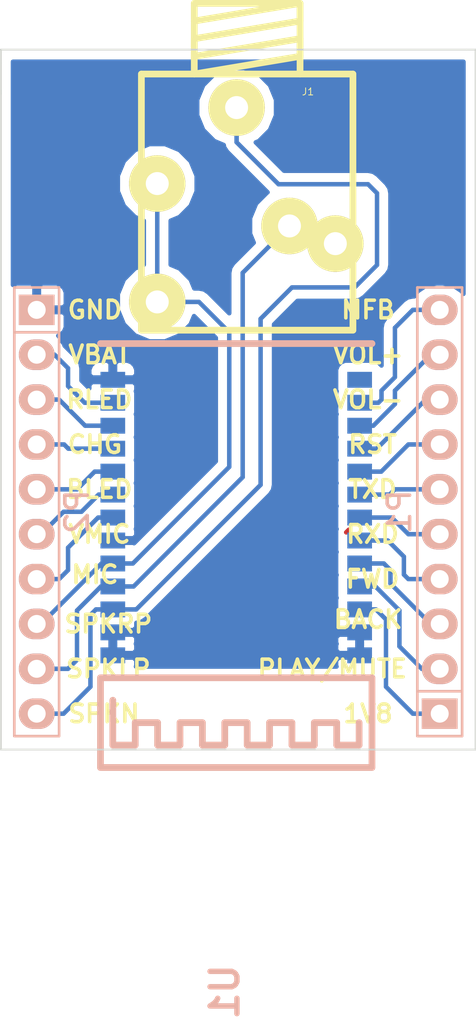
<source format=kicad_pcb>
(kicad_pcb (version 4) (host pcbnew "(2014-jul-16 BZR unknown)-product")

  (general
    (links 30)
    (no_connects 0)
    (area 207.721999 128.981999 234.746001 168.706001)
    (thickness 1.6)
    (drawings 29)
    (tracks 114)
    (zones 0)
    (modules 4)
    (nets 21)
  )

  (page A3)
  (layers
    (0 F.Cu signal)
    (31 B.Cu signal)
    (32 B.Adhes user)
    (33 F.Adhes user)
    (34 B.Paste user)
    (35 F.Paste user)
    (36 B.SilkS user)
    (37 F.SilkS user)
    (38 B.Mask user)
    (39 F.Mask user)
    (40 Dwgs.User user)
    (41 Cmts.User user)
    (42 Eco1.User user)
    (43 Eco2.User user)
    (44 Edge.Cuts user)
  )

  (setup
    (last_trace_width 0.254)
    (trace_clearance 0.254)
    (zone_clearance 0.508)
    (zone_45_only no)
    (trace_min 0.254)
    (segment_width 0.2)
    (edge_width 0.1)
    (via_size 0.889)
    (via_drill 0.635)
    (via_min_size 0.889)
    (via_min_drill 0.508)
    (uvia_size 0.508)
    (uvia_drill 0.127)
    (uvias_allowed no)
    (uvia_min_size 0.508)
    (uvia_min_drill 0.127)
    (pcb_text_width 0.3)
    (pcb_text_size 1.5 1.5)
    (mod_edge_width 0.15)
    (mod_text_size 1 1)
    (mod_text_width 0.15)
    (pad_size 3.2004 3.2004)
    (pad_drill 1.30048)
    (pad_to_mask_clearance 0)
    (aux_axis_origin 0 0)
    (visible_elements FFFFFFBF)
    (pcbplotparams
      (layerselection 0x01000_80000000)
      (usegerberextensions false)
      (excludeedgelayer false)
      (linewidth 0.150000)
      (plotframeref false)
      (viasonmask false)
      (mode 1)
      (useauxorigin false)
      (hpglpennumber 1)
      (hpglpenspeed 20)
      (hpglpendiameter 15)
      (hpglpenoverlay 2)
      (psnegative false)
      (psa4output false)
      (plotreference false)
      (plotvalue false)
      (plotinvisibletext false)
      (padsonsilk false)
      (subtractmaskfromsilk false)
      (outputformat 5)
      (mirror true)
      (drillshape 2)
      (scaleselection 1)
      (outputdirectory /home/nail/tmp/))
  )

  (net 0 "")
  (net 1 "Net-(J1-Pad1)")
  (net 2 "Net-(J1-Pad2)")
  (net 3 "Net-(J1-Pad4)")
  (net 4 "Net-(P1-Pad1)")
  (net 5 "Net-(P1-Pad2)")
  (net 6 "Net-(P1-Pad3)")
  (net 7 "Net-(P1-Pad4)")
  (net 8 "Net-(P1-Pad5)")
  (net 9 "Net-(P1-Pad6)")
  (net 10 "Net-(P1-Pad7)")
  (net 11 "Net-(P1-Pad8)")
  (net 12 "Net-(P1-Pad9)")
  (net 13 "Net-(P1-Pad10)")
  (net 14 "Net-(P2-Pad2)")
  (net 15 "Net-(P2-Pad3)")
  (net 16 "Net-(P2-Pad4)")
  (net 17 "Net-(P2-Pad5)")
  (net 18 "Net-(P2-Pad6)")
  (net 19 "Net-(P2-Pad7)")
  (net 20 GND)

  (net_class Default "This is the default net class."
    (clearance 0.254)
    (trace_width 0.254)
    (via_dia 0.889)
    (via_drill 0.635)
    (uvia_dia 0.508)
    (uvia_drill 0.127)
    (add_net GND)
    (add_net "Net-(J1-Pad1)")
    (add_net "Net-(J1-Pad2)")
    (add_net "Net-(J1-Pad4)")
    (add_net "Net-(P1-Pad1)")
    (add_net "Net-(P1-Pad10)")
    (add_net "Net-(P1-Pad2)")
    (add_net "Net-(P1-Pad3)")
    (add_net "Net-(P1-Pad4)")
    (add_net "Net-(P1-Pad5)")
    (add_net "Net-(P1-Pad6)")
    (add_net "Net-(P1-Pad7)")
    (add_net "Net-(P1-Pad8)")
    (add_net "Net-(P1-Pad9)")
    (add_net "Net-(P2-Pad2)")
    (add_net "Net-(P2-Pad3)")
    (add_net "Net-(P2-Pad4)")
    (add_net "Net-(P2-Pad5)")
    (add_net "Net-(P2-Pad6)")
    (add_net "Net-(P2-Pad7)")
  )

  (module BLK-MD-SPK-B.mod:BLK-MD-SPK-B (layer B.Cu) (tedit 541FF53F) (tstamp 542140F9)
    (at 212.852 169.672)
    (path /54200037)
    (clearance 0.2)
    (fp_text reference U1 (at 7.62 12.7 270) (layer B.SilkS)
      (effects (font (thickness 0.3048)) (justify mirror))
    )
    (fp_text value BLK-MD-SPK-B (at 0 2.54) (layer B.SilkS) hide
      (effects (font (thickness 0.3048)) (justify mirror))
    )
    (fp_line (start 1.27 -3.81) (end 1.27 -1.27) (layer B.SilkS) (width 0.381))
    (fp_line (start 1.27 -1.27) (end 2.54 -1.27) (layer B.SilkS) (width 0.381))
    (fp_line (start 2.54 -1.27) (end 2.54 -2.54) (layer B.SilkS) (width 0.381))
    (fp_line (start 2.54 -2.54) (end 3.81 -2.54) (layer B.SilkS) (width 0.381))
    (fp_line (start 3.81 -2.54) (end 3.81 -1.27) (layer B.SilkS) (width 0.381))
    (fp_line (start 3.81 -1.27) (end 5.08 -1.27) (layer B.SilkS) (width 0.381))
    (fp_line (start 5.08 -1.27) (end 5.08 -2.54) (layer B.SilkS) (width 0.381))
    (fp_line (start 5.08 -2.54) (end 6.35 -2.54) (layer B.SilkS) (width 0.381))
    (fp_line (start 6.35 -2.54) (end 6.35 -1.27) (layer B.SilkS) (width 0.381))
    (fp_line (start 6.35 -1.27) (end 7.62 -1.27) (layer B.SilkS) (width 0.381))
    (fp_line (start 7.62 -1.27) (end 7.62 -2.54) (layer B.SilkS) (width 0.381))
    (fp_line (start 7.62 -2.54) (end 8.89 -2.54) (layer B.SilkS) (width 0.381))
    (fp_line (start 8.89 -2.54) (end 8.89 -1.27) (layer B.SilkS) (width 0.381))
    (fp_line (start 8.89 -1.27) (end 10.16 -1.27) (layer B.SilkS) (width 0.381))
    (fp_line (start 10.16 -1.27) (end 10.16 -2.54) (layer B.SilkS) (width 0.381))
    (fp_line (start 10.16 -2.54) (end 11.43 -2.54) (layer B.SilkS) (width 0.381))
    (fp_line (start 11.43 -2.54) (end 11.43 -1.27) (layer B.SilkS) (width 0.381))
    (fp_line (start 11.43 -1.27) (end 12.7 -1.27) (layer B.SilkS) (width 0.381))
    (fp_line (start 12.7 -1.27) (end 12.7 -2.54) (layer B.SilkS) (width 0.381))
    (fp_line (start 12.7 -2.54) (end 13.97 -2.54) (layer B.SilkS) (width 0.381))
    (fp_line (start 13.97 -2.54) (end 13.97 -1.27) (layer B.SilkS) (width 0.381))
    (fp_line (start 13.97 -1.27) (end 15.24 -1.27) (layer B.SilkS) (width 0.381))
    (fp_line (start 15.24 -1.27) (end 15.24 -2.54) (layer B.SilkS) (width 0.381))
    (fp_line (start 15.97 -5.08) (end 0.57 -5.08) (layer B.SilkS) (width 0.381))
    (fp_line (start 0.57 -24) (end 15.97 -24) (layer B.SilkS) (width 0.381))
    (fp_line (start 15.97 -5.08) (end 15.97 0) (layer B.SilkS) (width 0.381))
    (fp_line (start 15.97 0) (end 0.57 0) (layer B.SilkS) (width 0.381))
    (fp_line (start 0.57 0) (end 0.57 -5.08) (layer B.SilkS) (width 0.381))
    (pad 1 smd rect (at 1.27 -6.35 180) (size 1.4 0.9) (layers B.Cu B.Paste B.Mask)
      (net 20 GND))
    (pad 2 smd rect (at 1.27 -7.65 180) (size 1.4 0.9) (layers B.Cu B.Paste B.Mask)
      (net 20 GND))
    (pad 3 smd rect (at 1.27 -8.95 180) (size 1.4 0.9) (layers B.Cu B.Paste B.Mask)
      (net 1 "Net-(J1-Pad1)"))
    (pad 4 smd rect (at 1.27 -10.25 180) (size 1.4 0.9) (layers B.Cu B.Paste B.Mask)
      (net 3 "Net-(J1-Pad4)"))
    (pad 5 smd rect (at 1.27 -11.55 180) (size 1.4 0.9) (layers B.Cu B.Paste B.Mask)
      (net 2 "Net-(J1-Pad2)"))
    (pad 6 smd rect (at 1.27 -12.85 180) (size 1.4 0.9) (layers B.Cu B.Paste B.Mask)
      (net 20 GND))
    (pad 7 smd rect (at 1.27 -14.15 180) (size 1.4 0.9) (layers B.Cu B.Paste B.Mask)
      (net 19 "Net-(P2-Pad7)"))
    (pad 8 smd rect (at 1.27 -15.45 180) (size 1.4 0.9) (layers B.Cu B.Paste B.Mask)
      (net 18 "Net-(P2-Pad6)"))
    (pad 9 smd rect (at 1.27 -16.75 180) (size 1.4 0.9) (layers B.Cu B.Paste B.Mask)
      (net 17 "Net-(P2-Pad5)"))
    (pad 10 smd rect (at 1.27 -18.05 180) (size 1.4 0.9) (layers B.Cu B.Paste B.Mask)
      (net 16 "Net-(P2-Pad4)"))
    (pad 11 smd rect (at 1.27 -19.35 180) (size 1.4 0.9) (layers B.Cu B.Paste B.Mask)
      (net 15 "Net-(P2-Pad3)"))
    (pad 12 smd rect (at 1.27 -20.65 180) (size 1.4 0.9) (layers B.Cu B.Paste B.Mask)
      (net 14 "Net-(P2-Pad2)"))
    (pad 13 smd rect (at 1.27 -21.95 180) (size 1.4 0.9) (layers B.Cu B.Paste B.Mask)
      (net 20 GND))
    (pad 14 smd rect (at 15.27 -21.95 180) (size 1.4 0.9) (layers B.Cu B.Paste B.Mask))
    (pad 15 smd rect (at 15.27 -20.65 180) (size 1.4 0.9) (layers B.Cu B.Paste B.Mask)
      (net 13 "Net-(P1-Pad10)"))
    (pad 16 smd rect (at 15.27 -19.35 180) (size 1.4 0.9) (layers B.Cu B.Paste B.Mask)
      (net 12 "Net-(P1-Pad9)"))
    (pad 17 smd rect (at 15.27 -18.05 180) (size 1.4 0.9) (layers B.Cu B.Paste B.Mask)
      (net 11 "Net-(P1-Pad8)"))
    (pad 18 smd rect (at 15.27 -16.75 180) (size 1.4 0.9) (layers B.Cu B.Paste B.Mask)
      (net 10 "Net-(P1-Pad7)"))
    (pad 19 smd rect (at 15.27 -15.45 180) (size 1.4 0.9) (layers B.Cu B.Paste B.Mask)
      (net 9 "Net-(P1-Pad6)"))
    (pad 20 smd rect (at 15.27 -14.15 180) (size 1.4 0.9) (layers B.Cu B.Paste B.Mask)
      (net 8 "Net-(P1-Pad5)"))
    (pad 21 smd rect (at 15.27 -12.85 180) (size 1.4 0.9) (layers B.Cu B.Paste B.Mask)
      (net 7 "Net-(P1-Pad4)"))
    (pad 22 smd rect (at 15.27 -11.55 180) (size 1.4 0.9) (layers B.Cu B.Paste B.Mask)
      (net 6 "Net-(P1-Pad3)"))
    (pad 23 smd rect (at 15.27 -10.25 180) (size 1.4 0.9) (layers B.Cu B.Paste B.Mask)
      (net 5 "Net-(P1-Pad2)"))
    (pad 24 smd rect (at 15.27 -8.95 180) (size 1.4 0.9) (layers B.Cu B.Paste B.Mask)
      (net 4 "Net-(P1-Pad1)"))
    (pad 25 smd rect (at 15.27 -7.65 180) (size 1.4 0.9) (layers B.Cu B.Paste B.Mask)
      (net 20 GND))
    (pad 26 smd rect (at 15.27 -6.35 180) (size 1.4 0.9) (layers B.Cu B.Paste B.Mask)
      (net 20 GND))
  )

  (module "3.5mm stereo jack:3.5mm_stereo_jack" (layer F.Cu) (tedit 5422E96F) (tstamp 542154CA)
    (at 221.742 137.414)
    (path /542131F5)
    (fp_text reference J1 (at 3.44932 -5.99948) (layer F.SilkS)
      (effects (font (size 0.39878 0.39878) (thickness 0.0508)))
    )
    (fp_text value SCJ368R1NUS0B00G (at -1.45034 3.40106 90) (layer F.SilkS) hide
      (effects (font (thickness 0.3048)))
    )
    (fp_line (start 2.99974 -7.00024) (end 2.99974 -11.00074) (layer F.SilkS) (width 0.381))
    (fp_line (start 2.99974 -11.00074) (end -2.99974 -11.00074) (layer F.SilkS) (width 0.381))
    (fp_line (start -2.99974 -11.00074) (end -2.99974 -7.00024) (layer F.SilkS) (width 0.381))
    (fp_line (start -2.99974 -7.00024) (end 2.99974 -8.001) (layer F.SilkS) (width 0.381))
    (fp_line (start 2.99974 -8.001) (end 2.99974 -8.99922) (layer F.SilkS) (width 0.381))
    (fp_line (start 2.99974 -8.99922) (end -2.99974 -8.001) (layer F.SilkS) (width 0.381))
    (fp_line (start -2.99974 -8.001) (end -2.99974 -8.99922) (layer F.SilkS) (width 0.381))
    (fp_line (start -2.99974 -8.99922) (end 2.99974 -9.99998) (layer F.SilkS) (width 0.381))
    (fp_line (start 2.99974 -9.99998) (end 2.99974 -11.00074) (layer F.SilkS) (width 0.381))
    (fp_line (start 2.99974 -11.00074) (end -2.99974 -9.99998) (layer F.SilkS) (width 0.381))
    (fp_line (start -5.99948 -7.00024) (end 5.99948 -7.00024) (layer F.SilkS) (width 0.381))
    (fp_line (start 5.99948 -7.00024) (end 5.99948 7.50062) (layer F.SilkS) (width 0.381))
    (fp_line (start 5.99948 7.50062) (end -5.99948 7.50062) (layer F.SilkS) (width 0.381))
    (fp_line (start -5.99948 7.50062) (end -5.99948 -7.00024) (layer F.SilkS) (width 0.381))
    (pad 1 thru_hole circle (at -0.59944 -5.10032) (size 3.2004 3.2004) (drill 1.30048) (layers *.Cu *.Mask F.SilkS)
      (net 1 "Net-(J1-Pad1)"))
    (pad 2 thru_hole circle (at -5.10032 -0.8001) (size 3.2004 3.2004) (drill 1.30048) (layers *.Cu *.Mask F.SilkS)
      (net 2 "Net-(J1-Pad2)"))
    (pad 3 thru_hole circle (at -5.10032 5.90042) (size 3.2004 3.2004) (drill 1.30048) (layers *.Cu *.Mask F.SilkS)
      (net 2 "Net-(J1-Pad2)"))
    (pad 5 thru_hole circle (at 2.4003 1.6002) (size 3.2004 3.2004) (drill 1.30048) (layers *.Cu *.Mask F.SilkS)
      (net 3 "Net-(J1-Pad4)"))
    (pad 4 thru_hole circle (at 5.00126 2.60096) (size 3.2004 3.2004) (drill 1.30048) (layers *.Cu *.Mask F.SilkS)
      (net 3 "Net-(J1-Pad4)"))
  )

  (module Pin_Headers:Pin_Header_Straight_1x10 (layer B.Cu) (tedit 5423FFDF) (tstamp 5424001B)
    (at 232.664 155.194 90)
    (descr "Through hole pin header")
    (tags "pin header")
    (path /54200046)
    (fp_text reference P1 (at 0 -2.286 90) (layer B.SilkS)
      (effects (font (size 1.27 1.27) (thickness 0.2032)) (justify mirror))
    )
    (fp_text value CONNECTOR (at 0 0 90) (layer B.SilkS) hide
      (effects (font (size 1.27 1.27) (thickness 0.2032)) (justify mirror))
    )
    (fp_line (start -10.16 1.27) (end 12.7 1.27) (layer B.SilkS) (width 0.15))
    (fp_line (start 12.7 1.27) (end 12.7 -1.27) (layer B.SilkS) (width 0.15))
    (fp_line (start 12.7 -1.27) (end -10.16 -1.27) (layer B.SilkS) (width 0.15))
    (fp_line (start -12.7 1.27) (end -10.16 1.27) (layer B.SilkS) (width 0.15))
    (fp_line (start -10.16 1.27) (end -10.16 -1.27) (layer B.SilkS) (width 0.15))
    (fp_line (start -12.7 1.27) (end -12.7 -1.27) (layer B.SilkS) (width 0.15))
    (fp_line (start -12.7 -1.27) (end -10.16 -1.27) (layer B.SilkS) (width 0.15))
    (pad 1 thru_hole rect (at -11.43 0 90) (size 1.7272 2.032) (drill 1.016) (layers *.Cu *.Mask B.SilkS)
      (net 4 "Net-(P1-Pad1)"))
    (pad 2 thru_hole oval (at -8.89 0 90) (size 1.7272 2.032) (drill 1.016) (layers *.Cu *.Mask B.SilkS)
      (net 5 "Net-(P1-Pad2)"))
    (pad 3 thru_hole oval (at -6.35 0 90) (size 1.7272 2.032) (drill 1.016) (layers *.Cu *.Mask B.SilkS)
      (net 6 "Net-(P1-Pad3)"))
    (pad 4 thru_hole oval (at -3.81 0 90) (size 1.7272 2.032) (drill 1.016) (layers *.Cu *.Mask B.SilkS)
      (net 7 "Net-(P1-Pad4)"))
    (pad 5 thru_hole oval (at -1.27 0 90) (size 1.7272 2.032) (drill 1.016) (layers *.Cu *.Mask B.SilkS)
      (net 8 "Net-(P1-Pad5)"))
    (pad 6 thru_hole oval (at 1.27 0 90) (size 1.7272 2.032) (drill 1.016) (layers *.Cu *.Mask B.SilkS)
      (net 9 "Net-(P1-Pad6)"))
    (pad 7 thru_hole oval (at 3.81 0 90) (size 1.7272 2.032) (drill 1.016) (layers *.Cu *.Mask B.SilkS)
      (net 10 "Net-(P1-Pad7)"))
    (pad 8 thru_hole oval (at 6.35 0 90) (size 1.7272 2.032) (drill 1.016) (layers *.Cu *.Mask B.SilkS)
      (net 11 "Net-(P1-Pad8)"))
    (pad 9 thru_hole oval (at 8.89 0 90) (size 1.7272 2.032) (drill 1.016) (layers *.Cu *.Mask B.SilkS)
      (net 12 "Net-(P1-Pad9)"))
    (pad 10 thru_hole oval (at 11.43 0 90) (size 1.7272 2.032) (drill 1.016) (layers *.Cu *.Mask B.SilkS)
      (net 13 "Net-(P1-Pad10)"))
    (model Pin_Headers/Pin_Header_Straight_1x10.wrl
      (at (xyz 0 0 0))
      (scale (xyz 1 1 1))
      (rotate (xyz 0 0 0))
    )
  )

  (module Pin_Headers:Pin_Header_Straight_1x10 (layer B.Cu) (tedit 5423FFDF) (tstamp 5424002F)
    (at 209.804 155.194 270)
    (descr "Through hole pin header")
    (tags "pin header")
    (path /542152BE)
    (fp_text reference P2 (at 0 -2.286 270) (layer B.SilkS)
      (effects (font (size 1.27 1.27) (thickness 0.2032)) (justify mirror))
    )
    (fp_text value CONNECTOR (at 0 0 270) (layer B.SilkS) hide
      (effects (font (size 1.27 1.27) (thickness 0.2032)) (justify mirror))
    )
    (fp_line (start -10.16 1.27) (end 12.7 1.27) (layer B.SilkS) (width 0.15))
    (fp_line (start 12.7 1.27) (end 12.7 -1.27) (layer B.SilkS) (width 0.15))
    (fp_line (start 12.7 -1.27) (end -10.16 -1.27) (layer B.SilkS) (width 0.15))
    (fp_line (start -12.7 1.27) (end -10.16 1.27) (layer B.SilkS) (width 0.15))
    (fp_line (start -10.16 1.27) (end -10.16 -1.27) (layer B.SilkS) (width 0.15))
    (fp_line (start -12.7 1.27) (end -12.7 -1.27) (layer B.SilkS) (width 0.15))
    (fp_line (start -12.7 -1.27) (end -10.16 -1.27) (layer B.SilkS) (width 0.15))
    (pad 1 thru_hole rect (at -11.43 0 270) (size 1.7272 2.032) (drill 1.016) (layers *.Cu *.Mask B.SilkS)
      (net 20 GND))
    (pad 2 thru_hole oval (at -8.89 0 270) (size 1.7272 2.032) (drill 1.016) (layers *.Cu *.Mask B.SilkS)
      (net 14 "Net-(P2-Pad2)"))
    (pad 3 thru_hole oval (at -6.35 0 270) (size 1.7272 2.032) (drill 1.016) (layers *.Cu *.Mask B.SilkS)
      (net 15 "Net-(P2-Pad3)"))
    (pad 4 thru_hole oval (at -3.81 0 270) (size 1.7272 2.032) (drill 1.016) (layers *.Cu *.Mask B.SilkS)
      (net 16 "Net-(P2-Pad4)"))
    (pad 5 thru_hole oval (at -1.27 0 270) (size 1.7272 2.032) (drill 1.016) (layers *.Cu *.Mask B.SilkS)
      (net 17 "Net-(P2-Pad5)"))
    (pad 6 thru_hole oval (at 1.27 0 270) (size 1.7272 2.032) (drill 1.016) (layers *.Cu *.Mask B.SilkS)
      (net 18 "Net-(P2-Pad6)"))
    (pad 7 thru_hole oval (at 3.81 0 270) (size 1.7272 2.032) (drill 1.016) (layers *.Cu *.Mask B.SilkS)
      (net 19 "Net-(P2-Pad7)"))
    (pad 8 thru_hole oval (at 6.35 0 270) (size 1.7272 2.032) (drill 1.016) (layers *.Cu *.Mask B.SilkS)
      (net 2 "Net-(J1-Pad2)"))
    (pad 9 thru_hole oval (at 8.89 0 270) (size 1.7272 2.032) (drill 1.016) (layers *.Cu *.Mask B.SilkS)
      (net 3 "Net-(J1-Pad4)"))
    (pad 10 thru_hole oval (at 11.43 0 270) (size 1.7272 2.032) (drill 1.016) (layers *.Cu *.Mask B.SilkS)
      (net 1 "Net-(J1-Pad1)"))
    (model Pin_Headers/Pin_Header_Straight_1x10.wrl
      (at (xyz 0 0 0))
      (scale (xyz 1 1 1))
      (rotate (xyz 0 0 0))
    )
  )

  (gr_line (start 234.696 129.032) (end 234.188 129.032) (angle 90) (layer Edge.Cuts) (width 0.1))
  (gr_line (start 234.696 168.656) (end 234.696 129.032) (angle 90) (layer Edge.Cuts) (width 0.1))
  (gr_line (start 234.188 168.656) (end 234.696 168.656) (angle 90) (layer Edge.Cuts) (width 0.1))
  (gr_text MFB (at 228.6 143.764) (layer F.SilkS)
    (effects (font (size 1 1) (thickness 0.2)))
  )
  (gr_text VOL+ (at 228.6 146.304) (layer F.SilkS)
    (effects (font (size 1 1) (thickness 0.2)))
  )
  (gr_text VOL- (at 228.6 148.844) (layer F.SilkS)
    (effects (font (size 1 1) (thickness 0.2)))
  )
  (gr_text RST (at 228.854 151.384) (layer F.SilkS)
    (effects (font (size 1 1) (thickness 0.2)))
  )
  (gr_text TXD (at 228.854 153.924) (layer F.SilkS)
    (effects (font (size 1 1) (thickness 0.2)))
  )
  (gr_text RXD (at 228.854 156.464) (layer F.SilkS)
    (effects (font (size 1 1) (thickness 0.2)))
  )
  (gr_text FWD (at 228.854 159.004) (layer F.SilkS)
    (effects (font (size 1 1) (thickness 0.2)))
  )
  (gr_text BACK (at 228.6 161.29) (layer F.SilkS)
    (effects (font (size 1 1) (thickness 0.2)))
  )
  (gr_text PLAY/MUTE (at 226.568 164.084) (layer F.SilkS)
    (effects (font (size 1 1) (thickness 0.2)))
  )
  (gr_text 1V8 (at 228.6 166.624) (layer F.SilkS)
    (effects (font (size 1 1) (thickness 0.2)))
  )
  (gr_text SPKN (at 213.614 166.624) (layer F.SilkS)
    (effects (font (size 1 1) (thickness 0.2)))
  )
  (gr_text SPKLP (at 213.868 164.084) (layer F.SilkS)
    (effects (font (size 1 1) (thickness 0.2)))
  )
  (gr_text SPKRP (at 213.868 161.544) (layer F.SilkS)
    (effects (font (size 1 1) (thickness 0.2)))
  )
  (gr_text MIC (at 213.106 158.75) (layer F.SilkS)
    (effects (font (size 1 1) (thickness 0.2)))
  )
  (gr_text VMIC (at 213.36 156.464) (layer F.SilkS)
    (effects (font (size 1 1) (thickness 0.2)))
  )
  (gr_text BLED (at 213.36 153.924) (layer F.SilkS)
    (effects (font (size 1 1) (thickness 0.2)))
  )
  (gr_text CHG (at 213.106 151.384) (layer F.SilkS)
    (effects (font (size 1 1) (thickness 0.2)))
  )
  (gr_text RLED (at 213.36 148.844) (layer F.SilkS)
    (effects (font (size 1 1) (thickness 0.2)))
  )
  (gr_text VBAT (at 213.36 146.304) (layer F.SilkS)
    (effects (font (size 1 1) (thickness 0.2)))
  )
  (gr_text GND (at 213.106 143.764) (layer F.SilkS) (tstamp 5422E9E6)
    (effects (font (size 1 1) (thickness 0.2)))
  )
  (gr_line (start 207.772 129.032) (end 207.772 129.794) (angle 90) (layer Edge.Cuts) (width 0.1))
  (gr_line (start 234.188 129.032) (end 207.772 129.032) (angle 90) (layer Edge.Cuts) (width 0.1))
  (gr_line (start 207.772 168.656) (end 207.772 131.318) (angle 90) (layer Edge.Cuts) (width 0.1))
  (gr_line (start 208.026 168.656) (end 207.772 168.656) (angle 90) (layer Edge.Cuts) (width 0.1))
  (gr_line (start 207.772 129.794) (end 207.772 131.572) (angle 90) (layer Edge.Cuts) (width 0.1))
  (gr_line (start 208.026 168.656) (end 234.188 168.656) (angle 90) (layer Edge.Cuts) (width 0.1))

  (segment (start 227.51 156.21) (end 227.36 156.36) (width 0.254) (layer F.Cu) (net 0) (tstamp 54214339))
  (segment (start 214.062 160.782) (end 214.122 160.722) (width 0.254) (layer B.Cu) (net 1) (tstamp 542154E4))
  (segment (start 215.392 160.722) (end 214.122 160.722) (width 0.254) (layer B.Cu) (net 1) (tstamp 54215598))
  (segment (start 229.108 141.224) (end 227.838 142.494) (width 0.254) (layer B.Cu) (net 1) (tstamp 5421556B))
  (segment (start 229.108 137.16) (end 229.108 141.224) (width 0.254) (layer B.Cu) (net 1) (tstamp 54215569))
  (segment (start 228.6 136.652) (end 229.108 137.16) (width 0.254) (layer B.Cu) (net 1) (tstamp 5421558F))
  (segment (start 223.012 143.764) (end 224.282 142.494) (width 0.254) (layer B.Cu) (net 1) (tstamp 54215582))
  (segment (start 224.282 142.494) (end 227.838 142.494) (width 0.254) (layer B.Cu) (net 1) (tstamp 54215583))
  (segment (start 221.14256 134.27456) (end 223.52 136.652) (width 0.254) (layer B.Cu) (net 1) (tstamp 54215589))
  (segment (start 223.52 136.652) (end 228.6 136.652) (width 0.254) (layer B.Cu) (net 1) (tstamp 5421558B))
  (segment (start 221.14256 132.31368) (end 221.14256 134.27456) (width 0.254) (layer B.Cu) (net 1))
  (segment (start 222.504 144.272) (end 223.012 143.764) (width 0.254) (layer B.Cu) (net 1) (tstamp 54215593))
  (segment (start 222.504 153.67) (end 222.504 144.272) (width 0.254) (layer B.Cu) (net 1) (tstamp 5421559D))
  (segment (start 215.452 160.722) (end 222.504 153.67) (width 0.254) (layer B.Cu) (net 1) (tstamp 5421559A))
  (segment (start 215.392 160.722) (end 215.452 160.722) (width 0.254) (layer B.Cu) (net 1))
  (segment (start 213.166 160.722) (end 212.852 161.036) (width 0.254) (layer B.Cu) (net 1) (tstamp 54215642))
  (segment (start 212.852 161.036) (end 212.852 165.1) (width 0.254) (layer B.Cu) (net 1) (tstamp 54215643))
  (segment (start 212.852 165.1) (end 211.328 166.624) (width 0.254) (layer B.Cu) (net 1) (tstamp 54215644))
  (segment (start 214.122 160.722) (end 213.166 160.722) (width 0.254) (layer B.Cu) (net 1))
  (segment (start 211.328 166.624) (end 209.804 166.624) (width 0.254) (layer B.Cu) (net 1) (tstamp 54215646))
  (segment (start 214.002 158.242) (end 214.122 158.122) (width 0.254) (layer B.Cu) (net 2) (tstamp 542154ED))
  (segment (start 216.408 143.5481) (end 216.64168 143.31442) (width 0.254) (layer B.Cu) (net 2) (tstamp 54215557))
  (segment (start 216.64168 136.6139) (end 216.64168 143.31442) (width 0.254) (layer B.Cu) (net 2))
  (segment (start 220.726 152.654) (end 220.726 145.034) (width 0.254) (layer B.Cu) (net 2) (tstamp 54215579))
  (segment (start 220.726 145.034) (end 219.00642 143.31442) (width 0.254) (layer B.Cu) (net 2) (tstamp 5421557B))
  (segment (start 219.00642 143.31442) (end 216.64168 143.31442) (width 0.254) (layer B.Cu) (net 2) (tstamp 5421557D))
  (segment (start 215.258 158.122) (end 220.726 152.654) (width 0.254) (layer B.Cu) (net 2) (tstamp 54215577))
  (segment (start 214.122 158.122) (end 215.258 158.122) (width 0.254) (layer B.Cu) (net 2))
  (segment (start 213.48 158.122) (end 214.122 158.122) (width 0.254) (layer B.Cu) (net 2) (tstamp 54215652))
  (segment (start 210.058 161.544) (end 213.48 158.122) (width 0.254) (layer B.Cu) (net 2) (tstamp 54215651))
  (segment (start 209.804 161.544) (end 210.058 161.544) (width 0.254) (layer B.Cu) (net 2))
  (segment (start 224.1423 139.0142) (end 223.0882 139.0142) (width 0.254) (layer B.Cu) (net 3))
  (segment (start 215.302 159.422) (end 221.488 153.236) (width 0.254) (layer B.Cu) (net 3) (tstamp 5421555D))
  (segment (start 221.488 153.236) (end 221.488 141.6685) (width 0.254) (layer B.Cu) (net 3) (tstamp 5421555E))
  (segment (start 221.488 141.6685) (end 224.1423 139.0142) (width 0.254) (layer B.Cu) (net 3) (tstamp 54215560))
  (segment (start 214.122 159.422) (end 215.302 159.422) (width 0.254) (layer B.Cu) (net 3))
  (segment (start 225.7425 139.0142) (end 226.74326 140.01496) (width 0.254) (layer B.Cu) (net 3) (tstamp 54215564))
  (segment (start 224.1423 139.0142) (end 225.7425 139.0142) (width 0.254) (layer B.Cu) (net 3))
  (segment (start 213.45 159.422) (end 214.122 159.422) (width 0.254) (layer B.Cu) (net 3) (tstamp 5421564E))
  (segment (start 212.09 160.782) (end 213.45 159.422) (width 0.254) (layer B.Cu) (net 3) (tstamp 5421564C))
  (segment (start 212.09 163.576) (end 212.09 160.782) (width 0.254) (layer B.Cu) (net 3) (tstamp 5421564B))
  (segment (start 211.582 164.084) (end 212.09 163.576) (width 0.254) (layer B.Cu) (net 3) (tstamp 5421564A))
  (segment (start 209.804 164.084) (end 211.582 164.084) (width 0.254) (layer B.Cu) (net 3))
  (segment (start 229.048 160.722) (end 229.616 161.29) (width 0.254) (layer B.Cu) (net 4) (tstamp 5421569A))
  (segment (start 229.616 161.29) (end 229.616 165.1) (width 0.254) (layer B.Cu) (net 4) (tstamp 5421569B))
  (segment (start 228.122 160.722) (end 229.048 160.722) (width 0.254) (layer B.Cu) (net 4))
  (segment (start 229.616 165.1) (end 231.14 166.624) (width 0.254) (layer B.Cu) (net 4) (tstamp 5421569C))
  (segment (start 231.14 166.624) (end 232.156 166.624) (width 0.254) (layer B.Cu) (net 4) (tstamp 5421569E))
  (segment (start 229.018 159.422) (end 230.378 160.782) (width 0.254) (layer B.Cu) (net 5) (tstamp 54215693))
  (segment (start 230.378 160.782) (end 230.378 162.814) (width 0.254) (layer B.Cu) (net 5) (tstamp 54215694))
  (segment (start 228.122 159.422) (end 229.018 159.422) (width 0.254) (layer B.Cu) (net 5))
  (segment (start 230.378 162.814) (end 231.648 164.084) (width 0.254) (layer B.Cu) (net 5) (tstamp 54215696))
  (segment (start 231.648 164.084) (end 232.156 164.084) (width 0.254) (layer B.Cu) (net 5) (tstamp 54215697))
  (segment (start 229.496 158.122) (end 229.87 158.496) (width 0.254) (layer B.Cu) (net 6) (tstamp 5421568E))
  (segment (start 229.87 158.496) (end 229.87 159.258) (width 0.254) (layer B.Cu) (net 6) (tstamp 5421568F))
  (segment (start 228.122 158.122) (end 229.496 158.122) (width 0.254) (layer B.Cu) (net 6))
  (segment (start 229.87 159.258) (end 232.156 161.544) (width 0.254) (layer B.Cu) (net 6) (tstamp 54215690))
  (segment (start 229.72 156.822) (end 230.632 157.734) (width 0.254) (layer B.Cu) (net 7) (tstamp 54215688))
  (segment (start 230.632 157.734) (end 230.632 158.75) (width 0.254) (layer B.Cu) (net 7) (tstamp 54215689))
  (segment (start 230.632 158.75) (end 230.886 159.004) (width 0.254) (layer B.Cu) (net 7) (tstamp 5421568A))
  (segment (start 228.122 156.822) (end 229.72 156.822) (width 0.254) (layer B.Cu) (net 7))
  (segment (start 230.886 159.004) (end 232.156 159.004) (width 0.254) (layer B.Cu) (net 7) (tstamp 5421568B))
  (segment (start 229.944 155.522) (end 230.886 156.464) (width 0.254) (layer B.Cu) (net 8) (tstamp 54215684))
  (segment (start 228.122 155.522) (end 229.944 155.522) (width 0.254) (layer B.Cu) (net 8))
  (segment (start 230.886 156.464) (end 232.156 156.464) (width 0.254) (layer B.Cu) (net 8) (tstamp 54215685))
  (segment (start 230.124 153.924) (end 232.156 153.924) (width 0.254) (layer B.Cu) (net 9) (tstamp 54215681))
  (segment (start 229.826 154.222) (end 230.124 153.924) (width 0.254) (layer B.Cu) (net 9) (tstamp 54215680))
  (segment (start 228.122 154.222) (end 229.826 154.222) (width 0.254) (layer B.Cu) (net 9))
  (segment (start 230.886 151.384) (end 232.156 151.384) (width 0.254) (layer B.Cu) (net 10) (tstamp 5421567C))
  (segment (start 229.348 152.922) (end 230.886 151.384) (width 0.254) (layer B.Cu) (net 10) (tstamp 5421567A))
  (segment (start 228.122 152.922) (end 229.348 152.922) (width 0.254) (layer B.Cu) (net 10))
  (segment (start 231.87 148.844) (end 232.156 148.844) (width 0.254) (layer B.Cu) (net 11) (tstamp 54215677))
  (segment (start 229.092 151.622) (end 231.87 148.844) (width 0.254) (layer B.Cu) (net 11) (tstamp 54215676))
  (segment (start 228.122 151.622) (end 229.092 151.622) (width 0.254) (layer B.Cu) (net 11))
  (segment (start 230.124 148.336) (end 232.156 146.304) (width 0.254) (layer B.Cu) (net 12) (tstamp 54215673))
  (segment (start 230.124 149.098) (end 230.124 148.336) (width 0.254) (layer B.Cu) (net 12) (tstamp 54215671))
  (segment (start 228.9 150.322) (end 230.124 149.098) (width 0.254) (layer B.Cu) (net 12) (tstamp 54215670))
  (segment (start 228.122 150.322) (end 228.9 150.322) (width 0.254) (layer B.Cu) (net 12))
  (segment (start 230.124 146.05) (end 230.124 144.78) (width 0.254) (layer B.Cu) (net 13))
  (segment (start 231.14 143.764) (end 232.156 143.764) (width 0.254) (layer B.Cu) (net 13) (tstamp 54215848))
  (segment (start 230.124 144.78) (end 231.14 143.764) (width 0.254) (layer B.Cu) (net 13) (tstamp 54215847))
  (segment (start 232.156 143.764) (end 232.156 144.018) (width 0.254) (layer B.Cu) (net 13))
  (segment (start 230.124 147.574) (end 229.362 148.336) (width 0.254) (layer B.Cu) (net 13) (tstamp 5421583F))
  (segment (start 230.124 146.05) (end 230.124 147.574) (width 0.254) (layer B.Cu) (net 13) (tstamp 5421583D))
  (segment (start 229.184 149.022) (end 229.362 148.844) (width 0.254) (layer B.Cu) (net 13) (tstamp 54215668))
  (segment (start 229.362 148.844) (end 229.362 148.336) (width 0.254) (layer B.Cu) (net 13) (tstamp 54215669))
  (segment (start 228.122 149.022) (end 229.184 149.022) (width 0.254) (layer B.Cu) (net 13))
  (segment (start 210.82 146.304) (end 209.804 146.304) (width 0.254) (layer B.Cu) (net 14) (tstamp 54215662))
  (segment (start 211.582 147.066) (end 210.82 146.304) (width 0.254) (layer B.Cu) (net 14) (tstamp 54215661))
  (segment (start 214.122 149.022) (end 213.538 149.022) (width 0.254) (layer B.Cu) (net 14))
  (segment (start 212.522 149.022) (end 211.582 148.082) (width 0.254) (layer B.Cu) (net 14) (tstamp 5421565F))
  (segment (start 211.582 148.082) (end 211.582 147.066) (width 0.254) (layer B.Cu) (net 14) (tstamp 54215660))
  (segment (start 214.122 149.022) (end 212.522 149.022) (width 0.254) (layer B.Cu) (net 14))
  (segment (start 211.074 148.844) (end 212.552 150.322) (width 0.254) (layer B.Cu) (net 15) (tstamp 54215659))
  (segment (start 209.804 148.844) (end 211.074 148.844) (width 0.254) (layer B.Cu) (net 15))
  (segment (start 212.552 150.322) (end 214.122 150.322) (width 0.254) (layer B.Cu) (net 15) (tstamp 5421565B))
  (segment (start 214.106 151.638) (end 214.122 151.622) (width 0.254) (layer B.Cu) (net 16) (tstamp 5421552C))
  (segment (start 211.598 151.622) (end 211.36 151.384) (width 0.254) (layer B.Cu) (net 16) (tstamp 54215655))
  (segment (start 214.122 151.622) (end 211.598 151.622) (width 0.254) (layer B.Cu) (net 16))
  (segment (start 211.36 151.384) (end 209.804 151.384) (width 0.254) (layer B.Cu) (net 16) (tstamp 54215656))
  (segment (start 214.108 152.908) (end 214.122 152.922) (width 0.254) (layer B.Cu) (net 17) (tstamp 5421551D))
  (segment (start 213.092 152.922) (end 212.09 153.924) (width 0.254) (layer B.Cu) (net 17) (tstamp 54215624))
  (segment (start 214.122 152.922) (end 213.092 152.922) (width 0.254) (layer B.Cu) (net 17))
  (segment (start 212.09 153.924) (end 209.804 153.924) (width 0.254) (layer B.Cu) (net 17) (tstamp 54215625))
  (segment (start 210.058 156.464) (end 211.328 155.194) (width 0.254) (layer B.Cu) (net 18) (tstamp 54215628))
  (segment (start 209.804 156.464) (end 210.058 156.464) (width 0.254) (layer B.Cu) (net 18))
  (segment (start 211.328 155.194) (end 212.344 155.194) (width 0.254) (layer B.Cu) (net 18) (tstamp 54215629))
  (segment (start 212.344 155.194) (end 213.316 154.222) (width 0.254) (layer B.Cu) (net 18) (tstamp 5421562A))
  (segment (start 213.316 154.222) (end 214.122 154.222) (width 0.254) (layer B.Cu) (net 18) (tstamp 5421562B))
  (segment (start 211.074 159.004) (end 209.804 159.004) (width 0.254) (layer B.Cu) (net 19) (tstamp 54215631))
  (segment (start 211.582 158.496) (end 211.074 159.004) (width 0.254) (layer B.Cu) (net 19) (tstamp 54215630))
  (segment (start 213.286 155.522) (end 211.582 157.226) (width 0.254) (layer B.Cu) (net 19) (tstamp 5421562E))
  (segment (start 211.582 157.226) (end 211.582 158.496) (width 0.254) (layer B.Cu) (net 19) (tstamp 5421562F))
  (segment (start 214.122 155.522) (end 213.286 155.522) (width 0.254) (layer B.Cu) (net 19))

  (zone (net 20) (net_name GND) (layer B.Cu) (tstamp 5422EEA7) (hatch edge 0.508)
    (connect_pads (clearance 0.508))
    (min_thickness 0.254)
    (fill yes (arc_segments 16) (thermal_gap 0.508) (thermal_bridge_width 0.508))
    (polygon
      (pts
        (xy 234.442 168.402) (xy 233.934 168.402) (xy 229.362 168.402) (xy 229.362 164.084) (xy 212.852 164.084)
        (xy 212.852 168.402) (xy 208.026 168.402) (xy 208.026 129.286) (xy 233.934 129.286) (xy 234.442 129.286)
        (xy 234.442 168.402)
      )
    )
    (filled_polygon
      (pts
        (xy 234.011 142.857859) (xy 233.908415 142.70433) (xy 233.422234 142.379474) (xy 232.848745 142.2654) (xy 232.479255 142.2654)
        (xy 231.905766 142.379474) (xy 231.419585 142.70433) (xy 231.220688 143.002) (xy 231.14 143.002) (xy 230.848395 143.060004)
        (xy 230.601185 143.225185) (xy 229.585185 144.241185) (xy 229.420004 144.488395) (xy 229.362 144.78) (xy 229.362 146.05)
        (xy 229.362 146.91634) (xy 229.360327 146.912302) (xy 229.181699 146.733673) (xy 228.94831 146.637) (xy 228.695691 146.637)
        (xy 227.295691 146.637) (xy 227.062302 146.733673) (xy 226.883673 146.912301) (xy 226.787 147.14569) (xy 226.787 147.398309)
        (xy 226.787 148.298309) (xy 226.817523 148.371999) (xy 226.787 148.44569) (xy 226.787 148.698309) (xy 226.787 149.598309)
        (xy 226.817523 149.671999) (xy 226.787 149.74569) (xy 226.787 149.998309) (xy 226.787 150.898309) (xy 226.817523 150.971999)
        (xy 226.787 151.04569) (xy 226.787 151.298309) (xy 226.787 152.198309) (xy 226.817523 152.271999) (xy 226.787 152.34569)
        (xy 226.787 152.598309) (xy 226.787 153.498309) (xy 226.817523 153.571999) (xy 226.787 153.64569) (xy 226.787 153.898309)
        (xy 226.787 154.798309) (xy 226.817523 154.871999) (xy 226.787 154.94569) (xy 226.787 155.198309) (xy 226.787 156.098309)
        (xy 226.817523 156.171999) (xy 226.787 156.24569) (xy 226.787 156.498309) (xy 226.787 157.398309) (xy 226.817523 157.471999)
        (xy 226.787 157.54569) (xy 226.787 157.798309) (xy 226.787 158.698309) (xy 226.817523 158.771999) (xy 226.787 158.84569)
        (xy 226.787 159.098309) (xy 226.787 159.998309) (xy 226.817523 160.071999) (xy 226.787 160.14569) (xy 226.787 160.398309)
        (xy 226.787 161.298309) (xy 226.817523 161.371999) (xy 226.787 161.44569) (xy 226.787 161.698309) (xy 226.787 161.73625)
        (xy 226.94575 161.895) (xy 227.995 161.895) (xy 227.995 161.875) (xy 228.249 161.875) (xy 228.249 161.895)
        (xy 228.269 161.895) (xy 228.269 162.149) (xy 228.249 162.149) (xy 228.249 162.39575) (xy 228.249 162.94825)
        (xy 228.249 163.195) (xy 228.269 163.195) (xy 228.269 163.449) (xy 228.249 163.449) (xy 228.249 163.469)
        (xy 227.995 163.469) (xy 227.995 163.449) (xy 227.995 163.195) (xy 227.995 162.94825) (xy 227.995 162.39575)
        (xy 227.995 162.149) (xy 226.94575 162.149) (xy 226.787 162.30775) (xy 226.787 162.345691) (xy 226.787 162.59831)
        (xy 226.817523 162.672) (xy 226.787 162.74569) (xy 226.787 162.998309) (xy 226.787 163.03625) (xy 226.94575 163.195)
        (xy 227.995 163.195) (xy 227.995 163.449) (xy 226.94575 163.449) (xy 226.787 163.60775) (xy 226.787 163.645691)
        (xy 226.787 163.89831) (xy 226.81131 163.957) (xy 215.432689 163.957) (xy 215.457 163.89831) (xy 215.457 163.645691)
        (xy 215.457 163.60775) (xy 215.457 163.03625) (xy 215.457 162.998309) (xy 215.457 162.74569) (xy 215.426476 162.672)
        (xy 215.457 162.59831) (xy 215.457 162.345691) (xy 215.457 162.30775) (xy 215.29825 162.149) (xy 214.249 162.149)
        (xy 214.249 162.39575) (xy 214.249 162.94825) (xy 214.249 163.195) (xy 215.29825 163.195) (xy 215.457 163.03625)
        (xy 215.457 163.60775) (xy 215.29825 163.449) (xy 214.249 163.449) (xy 214.249 163.469) (xy 213.995 163.469)
        (xy 213.995 163.449) (xy 213.975 163.449) (xy 213.975 163.195) (xy 213.995 163.195) (xy 213.995 162.94825)
        (xy 213.995 162.39575) (xy 213.995 162.149) (xy 213.975 162.149) (xy 213.975 161.895) (xy 213.995 161.895)
        (xy 213.995 161.875) (xy 214.249 161.875) (xy 214.249 161.895) (xy 215.29825 161.895) (xy 215.457 161.73625)
        (xy 215.457 161.698309) (xy 215.457 161.483005) (xy 215.743604 161.425996) (xy 215.743605 161.425996) (xy 215.990815 161.260815)
        (xy 223.042815 154.208815) (xy 223.207996 153.961605) (xy 223.265999 153.67) (xy 223.266 153.67) (xy 223.266 144.58763)
        (xy 223.550815 144.302816) (xy 223.550815 144.302815) (xy 223.550817 144.302812) (xy 224.59763 143.256) (xy 227.838 143.256)
        (xy 227.838 143.255999) (xy 228.129604 143.197996) (xy 228.129605 143.197996) (xy 228.376815 143.032815) (xy 229.646815 141.762816)
        (xy 229.646815 141.762815) (xy 229.811996 141.515605) (xy 229.869999 141.224) (xy 229.87 141.224) (xy 229.87 137.16)
        (xy 229.811996 136.868395) (xy 229.646815 136.621185) (xy 229.646815 136.621184) (xy 229.138815 136.113185) (xy 228.891605 135.948004)
        (xy 228.6 135.89) (xy 223.83563 135.89) (xy 222.228923 134.283293) (xy 222.407045 134.209695) (xy 223.036365 133.581472)
        (xy 223.377371 132.760239) (xy 223.378147 131.871022) (xy 223.038575 131.049195) (xy 222.410352 130.419875) (xy 221.589119 130.078869)
        (xy 220.699902 130.078093) (xy 219.878075 130.417665) (xy 219.248755 131.045888) (xy 218.907749 131.867121) (xy 218.906973 132.756338)
        (xy 219.246545 133.578165) (xy 219.874768 134.207485) (xy 220.411554 134.430378) (xy 220.438564 134.566165) (xy 220.603745 134.813375)
        (xy 222.899567 137.109197) (xy 222.877815 137.118185) (xy 222.248495 137.746408) (xy 221.907489 138.567641) (xy 221.906713 139.456858)
        (xy 222.115853 139.963016) (xy 220.949185 141.129685) (xy 220.784004 141.376895) (xy 220.726 141.6685) (xy 220.726 143.956369)
        (xy 219.545235 142.775605) (xy 219.298025 142.610424) (xy 219.00642 142.55242) (xy 218.745317 142.55242) (xy 218.537695 142.049935)
        (xy 217.909472 141.420615) (xy 217.40368 141.210591) (xy 217.40368 138.717537) (xy 217.906165 138.509915) (xy 218.535485 137.881692)
        (xy 218.876491 137.060459) (xy 218.877267 136.171242) (xy 218.537695 135.349415) (xy 217.909472 134.720095) (xy 217.088239 134.379089)
        (xy 216.199022 134.378313) (xy 215.377195 134.717885) (xy 214.747875 135.346108) (xy 214.406869 136.167341) (xy 214.406093 137.056558)
        (xy 214.745665 137.878385) (xy 215.373888 138.507705) (xy 215.87968 138.717728) (xy 215.87968 141.210782) (xy 215.377195 141.418405)
        (xy 214.747875 142.046628) (xy 214.406869 142.867861) (xy 214.406093 143.757078) (xy 214.745665 144.578905) (xy 215.373888 145.208225)
        (xy 216.195121 145.549231) (xy 217.084338 145.550007) (xy 217.906165 145.210435) (xy 218.535485 144.582212) (xy 218.729453 144.115083)
        (xy 219.964 145.34963) (xy 219.964 152.338369) (xy 215.325809 156.976559) (xy 215.29825 156.949) (xy 214.249 156.949)
        (xy 214.249 156.969) (xy 213.995 156.969) (xy 213.995 156.949) (xy 213.975 156.949) (xy 213.975 156.695)
        (xy 213.995 156.695) (xy 213.995 156.675) (xy 214.249 156.675) (xy 214.249 156.695) (xy 215.29825 156.695)
        (xy 215.457 156.53625) (xy 215.457 156.498309) (xy 215.457 156.24569) (xy 215.426476 156.172) (xy 215.457 156.09831)
        (xy 215.457 155.845691) (xy 215.457 154.945691) (xy 215.426476 154.872) (xy 215.457 154.79831) (xy 215.457 154.545691)
        (xy 215.457 153.645691) (xy 215.426476 153.572) (xy 215.457 153.49831) (xy 215.457 153.245691) (xy 215.457 152.345691)
        (xy 215.426476 152.272) (xy 215.457 152.19831) (xy 215.457 151.945691) (xy 215.457 151.045691) (xy 215.426476 150.972)
        (xy 215.457 150.89831) (xy 215.457 150.645691) (xy 215.457 149.745691) (xy 215.426476 149.672) (xy 215.457 149.59831)
        (xy 215.457 149.345691) (xy 215.457 148.445691) (xy 215.426476 148.372) (xy 215.457 148.29831) (xy 215.457 148.045691)
        (xy 215.457 148.00775) (xy 215.457 147.43625) (xy 215.457 147.398309) (xy 215.457 147.14569) (xy 215.360327 146.912301)
        (xy 215.181698 146.733673) (xy 214.948309 146.637) (xy 214.40775 146.637) (xy 214.249 146.79575) (xy 214.249 147.595)
        (xy 215.29825 147.595) (xy 215.457 147.43625) (xy 215.457 148.00775) (xy 215.29825 147.849) (xy 214.249 147.849)
        (xy 214.249 147.869) (xy 213.995 147.869) (xy 213.995 147.849) (xy 213.995 147.595) (xy 213.995 146.79575)
        (xy 213.83625 146.637) (xy 213.295691 146.637) (xy 213.062302 146.733673) (xy 212.883673 146.912301) (xy 212.787 147.14569)
        (xy 212.787 147.398309) (xy 212.787 147.43625) (xy 212.94575 147.595) (xy 213.995 147.595) (xy 213.995 147.849)
        (xy 212.94575 147.849) (xy 212.787 148.00775) (xy 212.787 148.045691) (xy 212.787 148.209369) (xy 212.344 147.766369)
        (xy 212.344 147.066) (xy 212.285996 146.774396) (xy 212.285996 146.774395) (xy 212.219834 146.675376) (xy 212.120816 146.527185)
        (xy 211.38547 145.79184) (xy 211.373271 145.730511) (xy 211.048415 145.24433) (xy 211.02622 145.2295) (xy 211.179699 145.165927)
        (xy 211.358327 144.987298) (xy 211.455 144.753909) (xy 211.455 144.04975) (xy 211.455 143.47825) (xy 211.455 142.774091)
        (xy 211.358327 142.540702) (xy 211.179699 142.362073) (xy 210.94631 142.2654) (xy 210.693691 142.2654) (xy 210.08975 142.2654)
        (xy 209.931 142.42415) (xy 209.931 143.637) (xy 211.29625 143.637) (xy 211.455 143.47825) (xy 211.455 144.04975)
        (xy 211.29625 143.891) (xy 209.931 143.891) (xy 209.931 143.911) (xy 209.677 143.911) (xy 209.677 143.891)
        (xy 209.657 143.891) (xy 209.657 143.637) (xy 209.677 143.637) (xy 209.677 142.42415) (xy 209.51825 142.2654)
        (xy 208.914309 142.2654) (xy 208.66169 142.2654) (xy 208.457 142.350185) (xy 208.457 131.572) (xy 208.457 131.318)
        (xy 208.457 129.794) (xy 208.457 129.717) (xy 234.011 129.717) (xy 234.011 142.857859)
      )
    )
  )
)

</source>
